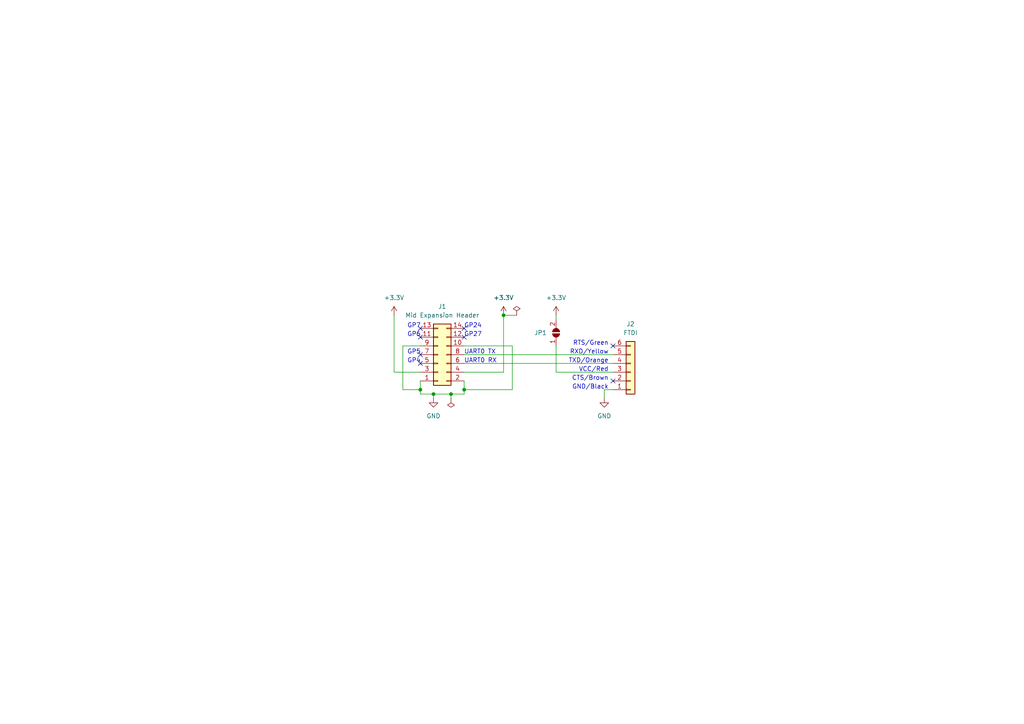
<source format=kicad_sch>
(kicad_sch (version 20211123) (generator eeschema)
  (paper "A4")
  (title_block (title "3π+ 2040 UART to FTDI Adapter") (date "2023-06-05") (rev "0.1.0"))
  (lib_symbols
    (symbol "Connector_Generic:Conn_01x06" (pin_names (offset 1.016) hide)
      (property "Reference" "J" (at 0 7.62 0))
      (property "Value" "Conn_01x06" (at 0 -10.16 0))
      (symbol "Conn_01x06_1_1"
        (rectangle (start -1.27 -7.493) (end 0 -7.747) (stroke (width 0.1524)))
        (rectangle (start -1.27 -4.953) (end 0 -5.207) (stroke (width 0.1524)))
        (rectangle (start -1.27 -2.413) (end 0 -2.667) (stroke (width 0.1524)))
        (rectangle (start -1.27 0.127) (end 0 -0.127) (stroke (width 0.1524)))
        (rectangle (start -1.27 2.667) (end 0 2.413) (stroke (width 0.1524)))
        (rectangle (start -1.27 5.207) (end 0 4.953) (stroke (width 0.1524)))
        (rectangle (start -1.27 6.35) (end 1.27 -8.89) (stroke (width 0.254)) (fill (type background)))
        (pin passive line (at -5.08 5.08 0) (length 3.81) (name "Pin_1") (number "1"))
        (pin passive line (at -5.08 2.54 0) (length 3.81) (name "Pin_2") (number "2"))
        (pin passive line (at -5.08 0 0) (length 3.81) (name "Pin_3") (number "3"))
        (pin passive line (at -5.08 -2.54 0) (length 3.81) (name "Pin_4") (number "4"))
        (pin passive line (at -5.08 -5.08 0) (length 3.81) (name "Pin_5") (number "5"))
        (pin passive line (at -5.08 -7.62 0) (length 3.81) (name "Pin_6") (number "6"))
      )
    )
    (symbol "Connector_Generic:Conn_02x07_Odd_Even" (pin_names (offset 1.016) hide)
      (property "Reference" "J" (at 1.27 10.16 0))
      (property "Value" "Conn_02x07_Odd_Even" (at 1.27 -10.16 0))
      (symbol "Conn_02x07_Odd_Even_1_1"
        (rectangle (start -1.27 -7.493) (end 0 -7.747) (stroke (width 0.1524)))
        (rectangle (start -1.27 -4.953) (end 0 -5.207) (stroke (width 0.1524)))
        (rectangle (start -1.27 -2.413) (end 0 -2.667) (stroke (width 0.1524)))
        (rectangle (start -1.27 0.127) (end 0 -0.127) (stroke (width 0.1524)))
        (rectangle (start -1.27 2.667) (end 0 2.413) (stroke (width 0.1524)))
        (rectangle (start -1.27 5.207) (end 0 4.953) (stroke (width 0.1524)))
        (rectangle (start -1.27 7.747) (end 0 7.493) (stroke (width 0.1524)))
        (rectangle (start -1.27 8.89) (end 3.81 -8.89) (stroke (width 0.254)) (fill (type background)))
        (rectangle (start 3.81 -7.493) (end 2.54 -7.747) (stroke (width 0.1524)))
        (rectangle (start 3.81 -4.953) (end 2.54 -5.207) (stroke (width 0.1524)))
        (rectangle (start 3.81 -2.413) (end 2.54 -2.667) (stroke (width 0.1524)))
        (rectangle (start 3.81 0.127) (end 2.54 -0.127) (stroke (width 0.1524)))
        (rectangle (start 3.81 2.667) (end 2.54 2.413) (stroke (width 0.1524)))
        (rectangle (start 3.81 5.207) (end 2.54 4.953) (stroke (width 0.1524)))
        (rectangle (start 3.81 7.747) (end 2.54 7.493) (stroke (width 0.1524)))
        (pin passive line (at -5.08 7.62 0) (length 3.81) (name "Pin_1") (number "1"))
        (pin passive line (at 7.62 -2.54 180) (length 3.81) (name "Pin_10") (number "10"))
        (pin passive line (at -5.08 -5.08 0) (length 3.81) (name "Pin_11") (number "11"))
        (pin passive line (at 7.62 -5.08 180) (length 3.81) (name "Pin_12") (number "12"))
        (pin passive line (at -5.08 -7.62 0) (length 3.81) (name "Pin_13") (number "13"))
        (pin passive line (at 7.62 -7.62 180) (length 3.81) (name "Pin_14") (number "14"))
        (pin passive line (at 7.62 7.62 180) (length 3.81) (name "Pin_2") (number "2"))
        (pin passive line (at -5.08 5.08 0) (length 3.81) (name "Pin_3") (number "3"))
        (pin passive line (at 7.62 5.08 180) (length 3.81) (name "Pin_4") (number "4"))
        (pin passive line (at -5.08 2.54 0) (length 3.81) (name "Pin_5") (number "5"))
        (pin passive line (at 7.62 2.54 180) (length 3.81) (name "Pin_6") (number "6"))
        (pin passive line (at -5.08 0 0) (length 3.81) (name "Pin_7") (number "7"))
        (pin passive line (at 7.62 0 180) (length 3.81) (name "Pin_8") (number "8"))
        (pin passive line (at -5.08 -2.54 0) (length 3.81) (name "Pin_9") (number "9"))
      )
    )
    (symbol "Jumper:SolderJumper_2_Open" (pin_names (offset 0) hide)
      (property "Reference" "JP" (at 0 2.032 0))
      (property "Value" "SolderJumper_2_Open" (at 0 -2.54 0))
      (symbol "SolderJumper_2_Open_0_1"
        (arc (start -0.254 1.016) (mid -1.27 0) (end -0.254 -1.016))
        (arc (start -0.254 1.016) (mid -1.27 0) (end -0.254 -1.016) (fill (type outline)))
        (polyline (pts (xy -0.254 1.016) (xy -0.254 -1.016)))
        (polyline (pts (xy 0.254 1.016) (xy 0.254 -1.016)))
        (arc (start 0.254 -1.016) (mid 1.27 0) (end 0.254 1.016))
        (arc (start 0.254 -1.016) (mid 1.27 0) (end 0.254 1.016) (fill (type outline)))
      )
      (symbol "SolderJumper_2_Open_1_1"
        (pin passive line (at -3.81 0 0) (length 2.54) (name "A") (number "1"))
        (pin passive line (at 3.81 0 180) (length 2.54) (name "B") (number "2"))
      )
    )
    (symbol "power:+3.3V" (power) (pin_names (offset 0))
      (property "Value" "+3.3V" (at 0 3.556 0))
      (symbol "+3.3V_0_1"
        (polyline (pts (xy -0.762 1.27) (xy 0 2.54)))
        (polyline (pts (xy 0 0) (xy 0 2.54)))
        (polyline (pts (xy 0 2.54) (xy 0.762 1.27)))
      )
      (symbol "+3.3V_1_1"
        (pin power_in line (at 0 0 90) (length 0) hide (name "+3.3V") (number "1"))
      )
    )
    (symbol "power:GND" (power) (pin_names (offset 0))
      (property "Value" "GND" (at 0 -3.81 0))
      (symbol "GND_0_1"
        (polyline (pts (xy 0 0) (xy 0 -1.27) (xy 1.27 -1.27) (xy 0 -2.54) (xy -1.27 -1.27) (xy 0 -1.27)))
      )
      (symbol "GND_1_1"
        (pin power_in line (at 0 0 270) (length 0) hide (name "GND") (number "1"))
      )
    )
    (symbol "power:PWR_FLAG" (power) (pin_numbers hide) (pin_names (offset 0) hide)
      (property "Value" "PWR_FLAG" (at 0 3.81 0))
      (symbol "PWR_FLAG_0_0"
        (pin power_out line (at 0 0 90) (length 0) (name "pwr") (number "1"))
      )
      (symbol "PWR_FLAG_0_1"
        (polyline (pts (xy 0 0) (xy 0 1.27) (xy -1.016 1.905) (xy 0 2.54) (xy 1.016 1.905) (xy 0 1.27)))
      )
    )
  )
  (junction (at 130.81 114.3))
  (junction (at 121.92 113.03))
  (junction (at 125.73 114.3))
  (junction (at 134.62 113.03))
  (junction (at 146.05 91.44))
  (no_connect (at 177.8 100.33))
  (no_connect (at 177.8 110.49))
  (no_connect (at 121.92 105.41))
  (no_connect (at 121.92 102.87))
  (no_connect (at 121.92 95.25))
  (no_connect (at 121.92 97.79))
  (no_connect (at 134.62 97.79))
  (no_connect (at 134.62 95.25))
  (wire (pts (xy 134.62 102.87) (xy 177.8 102.87)))
  (wire (pts (xy 121.92 113.03) (xy 121.92 114.3)))
  (wire (pts (xy 134.62 114.3) (xy 134.62 113.03)))
  (wire (pts (xy 134.62 100.33) (xy 148.59 100.33)))
  (wire (pts (xy 175.26 113.03) (xy 177.8 113.03)))
  (wire (pts (xy 114.3 91.44) (xy 114.3 107.95)))
  (wire (pts (xy 121.92 100.33) (xy 116.84 100.33)))
  (wire (pts (xy 161.29 107.95) (xy 177.8 107.95)))
  (wire (pts (xy 125.73 114.3) (xy 125.73 115.57)))
  (wire (pts (xy 161.29 91.44) (xy 161.29 92.71)))
  (wire (pts (xy 134.62 110.49) (xy 134.62 113.03)))
  (wire (pts (xy 121.92 110.49) (xy 121.92 113.03)))
  (wire (pts (xy 116.84 113.03) (xy 121.92 113.03)))
  (wire (pts (xy 114.3 107.95) (xy 121.92 107.95)))
  (wire (pts (xy 121.92 114.3) (xy 125.73 114.3)))
  (wire (pts (xy 125.73 114.3) (xy 130.81 114.3)))
  (wire (pts (xy 130.81 114.3) (xy 134.62 114.3)))
  (wire (pts (xy 116.84 100.33) (xy 116.84 113.03)))
  (wire (pts (xy 161.29 100.33) (xy 161.29 107.95)))
  (wire (pts (xy 146.05 107.95) (xy 146.05 91.44)))
  (wire (pts (xy 148.59 113.03) (xy 134.62 113.03)))
  (wire (pts (xy 148.59 100.33) (xy 148.59 113.03)))
  (wire (pts (xy 146.05 91.44) (xy 149.86 91.44)))
  (wire (pts (xy 175.26 115.57) (xy 175.26 113.03)))
  (wire (pts (xy 130.81 114.3) (xy 130.81 115.57)))
  (wire (pts (xy 134.62 105.41) (xy 177.8 105.41)))
  (wire (pts (xy 134.62 107.95) (xy 146.05 107.95)))
  (text "UART0 RX" (at 134.62 105.41 0) (effects (font (size 1.27 1.27)) (justify left bottom)))
  (text "GP27" (at 134.62 97.79 0) (effects (font (size 1.27 1.27)) (justify left bottom)))
  (text "GND/Black" (at 176.53 113.03 180) (effects (font (size 1.27 1.27)) (justify right bottom)))
  (text "GP5" (at 118.11 102.87 0) (effects (font (size 1.27 1.27)) (justify left bottom)))
  (text "UART0 TX" (at 134.62 102.87 0) (effects (font (size 1.27 1.27)) (justify left bottom)))
  (text "VCC/Red" (at 176.53 107.95 180) (effects (font (size 1.27 1.27)) (justify right bottom)))
  (text "RTS/Green" (at 176.53 100.33 180) (effects (font (size 1.27 1.27)) (justify right bottom)))
  (text "GP24" (at 134.62 95.25 0) (effects (font (size 1.27 1.27)) (justify left bottom)))
  (text "CTS/Brown" (at 176.53 110.49 180) (effects (font (size 1.27 1.27)) (justify right bottom)))
  (text "TXD/Orange" (at 176.53 105.41 180) (effects (font (size 1.27 1.27)) (justify right bottom)))
  (text "GP6" (at 118.11 97.79 0) (effects (font (size 1.27 1.27)) (justify left bottom)))
  (text "GP4" (at 118.11 105.41 0) (effects (font (size 1.27 1.27)) (justify left bottom)))
  (text "GP7" (at 118.11 95.25 0) (effects (font (size 1.27 1.27)) (justify left bottom)))
  (text "RXD/Yellow" (at 176.53 102.87 180) (effects (font (size 1.27 1.27)) (justify right bottom)))
  (symbol (lib_id "power:GND") (at 125.73 115.57 0) (unit 1)
    (property "Reference" "#PWR02" (effects hide))
    (property "Value" "GND" (at 125.73 120.65 0))
  )
  (symbol (lib_id "Jumper:SolderJumper_2_Open") (at 161.29 96.52 90) (unit 1)
    (property "Reference" "JP1" (at 154.94 96.52 90) (effects (justify right)))
    (property "Value" "SolderJumper_2_Open" (effects hide))
    (property "Footprint" "Jumper:SolderJumper-2_P1.3mm_Open_TrianglePad1.0x1.5mm" (effects hide))
  )
  (symbol (lib_id "Connector_Generic:Conn_01x06") (at 182.88 107.95 0) (mirror x) (unit 1)
    (property "Reference" "J2" (at 182.88 93.98 0))
    (property "Value" "FTDI" (at 182.88 96.52 0))
    (property "Footprint" "Connector_PinHeader_2.54mm:PinHeader_1x06_P2.54mm_Vertical" (effects hide))
  )
  (symbol (lib_id "power:+3.3V") (at 161.29 91.44 0) (unit 1)
    (property "Reference" "#PWR04" (effects hide))
    (property "Value" "+3.3V" (at 161.29 86.36 0))
  )
  (symbol (lib_id "Connector_Generic:Conn_02x07_Odd_Even") (at 127 102.87 0) (mirror x) (unit 1)
    (property "Reference" "J1" (at 128.27 88.9 0))
    (property "Value" "Mid Expansion Header" (at 128.27 91.44 0))
    (property "Footprint" "Connector_PinHeader_2.54mm:PinHeader_2x07_P2.54mm_Vertical" (effects hide))
  )
  (symbol (lib_id "power:PWR_FLAG") (at 130.81 115.57 180) (unit 1)
    (property "Reference" "#FLG0102" (effects hide))
    (property "Value" "PWR_FLAG" (effects hide))
  )
  (symbol (lib_id "power:GND") (at 175.26 115.57 0) (unit 1)
    (property "Reference" "#PWR05" (effects hide))
    (property "Value" "GND" (at 175.26 120.65 0))
  )
  (symbol (lib_id "power:PWR_FLAG") (at 149.86 91.44 0) (unit 1)
    (property "Reference" "#FLG0101" (effects hide))
    (property "Value" "PWR_FLAG" (effects hide))
  )
  (symbol (lib_id "power:+3.3V") (at 146.05 91.44 0) (unit 1)
    (property "Reference" "#PWR03" (effects hide))
    (property "Value" "+3.3V" (at 146.05 86.36 0))
  )
  (symbol (lib_id "power:+3.3V") (at 114.3 91.44 0) (unit 1)
    (property "Reference" "#PWR01" (effects hide))
    (property "Value" "+3.3V" (at 114.3 86.36 0))
  )
)
</source>
